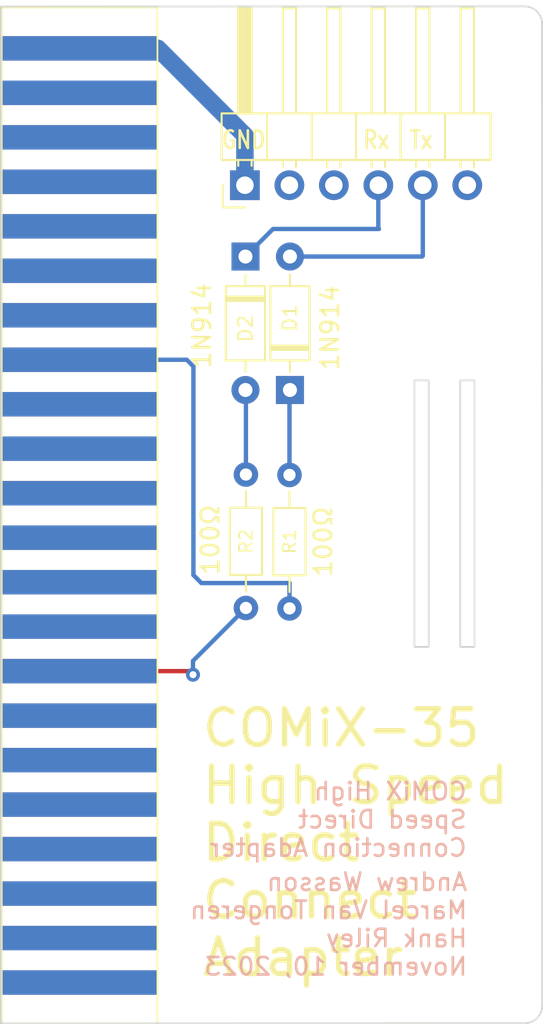
<source format=kicad_pcb>
(kicad_pcb (version 20221018) (generator pcbnew)
  (title_block (title "COMiX High Speed Direct Connect Slim") (date "2023-12-01") (company "Andrew Wasson, Marcel van Tongeren, Hank Riley "))
  (layers (0 "F.Cu" signal) (31 "B.Cu" signal) (34 "B.Paste" user) (35 "F.Paste" user) (36 "B.SilkS" user "B.Silkscreen") (37 "F.SilkS" user "F.Silkscreen") (38 "B.Mask" user) (39 "F.Mask" user) (44 "Edge.Cuts" user))
  (net 0 "")
  (net 1 "Net-(D1-K)")
  (net 2 "/~{EF4}")
  (net 3 "GND")
  (net 6 "/Q")
  (net 48 "Net-(D1-A)")
  (net 49 "Net-(D2-K)")
  (net 50 "Net-(D2-A)")
  (footprint "Diode_THT:D_DO-35_SOD27_P7.62mm_Horizontal" (layer "F.Cu") (at 218.8718 110.6932 90)
    (fp_text reference "D1" hide)
    (fp_text value "1N914" (at 3.556 2.286 90) (layer "F.SilkS"))
    (fp_text user "${REFERENCE}" (at 4.11 0 90) (layer "F.SilkS") (effects (font (size 0.8 0.8) (thickness 0.12))))
    (fp_line (start 1.04 0) (end 1.69 0) (stroke (width 0.12)) (layer "F.SilkS"))
    (fp_line (start 1.69 -1.12) (end 1.69 1.12) (stroke (width 0.12)) (layer "F.SilkS"))
    (fp_line (start 1.69 1.12) (end 5.93 1.12) (stroke (width 0.12)) (layer "F.SilkS"))
    (fp_line (start 2.29 -1.12) (end 2.29 1.12) (stroke (width 0.12)) (layer "F.SilkS"))
    (fp_line (start 2.41 -1.12) (end 2.41 1.12) (stroke (width 0.12)) (layer "F.SilkS"))
    (fp_line (start 2.53 -1.12) (end 2.53 1.12) (stroke (width 0.12)) (layer "F.SilkS"))
    (fp_line (start 5.93 -1.12) (end 1.69 -1.12) (stroke (width 0.12)) (layer "F.SilkS"))
    (fp_line (start 5.93 1.12) (end 5.93 -1.12) (stroke (width 0.12)) (layer "F.SilkS"))
    (fp_line (start 6.58 0) (end 5.93 0) (stroke (width 0.12)) (layer "F.SilkS"))
    (pad "1" thru_hole rect (at 0 0 90) (size 1.6 1.6) (drill 0.8) (layers "*.Cu" "*.Mask") (net 1 "Net-(D1-K)"))
    (pad "2" thru_hole oval (at 7.62 0 90) (size 1.6 1.6) (drill 0.8) (layers "*.Cu" "*.Mask") (net 48 "Net-(D1-A)"))
  )
  (footprint "Connector_PinHeader_2.54mm:PinHeader_1x06_P2.54mm_Horizontal" (layer "F.Cu") (at 216.3 99 90)
    (fp_text reference "J2" hide)
    (fp_text value "FTDI Connector\r" hide)
    (fp_line (start -1.27 -1.27) (end 0 -1.27) (stroke (width 0.12)) (layer "F.SilkS"))
    (fp_line (start -1.27 0) (end -1.27 -1.27) (stroke (width 0.12)) (layer "F.SilkS"))
    (fp_line (start 1.042929 2.16) (end 1.44 2.16) (stroke (width 0.12)) (layer "F.SilkS"))
    (fp_line (start 1.042929 2.92) (end 1.44 2.92) (stroke (width 0.12)) (layer "F.SilkS"))
    (fp_line (start 1.042929 4.7) (end 1.44 4.7) (stroke (width 0.12)) (layer "F.SilkS"))
    (fp_line (start 1.042929 5.46) (end 1.44 5.46) (stroke (width 0.12)) (layer "F.SilkS"))
    (fp_line (start 1.042929 7.24) (end 1.44 7.24) (stroke (width 0.12)) (layer "F.SilkS"))
    (fp_line (start 1.042929 8) (end 1.44 8) (stroke (width 0.12)) (layer "F.SilkS"))
    (fp_line (start 1.042929 9.78) (end 1.44 9.78) (stroke (width 0.12)) (layer "F.SilkS"))
    (fp_line (start 1.042929 10.54) (end 1.44 10.54) (stroke (width 0.12)) (layer "F.SilkS"))
    (fp_line (start 1.042929 12.32) (end 1.44 12.32) (stroke (width 0.12)) (layer "F.SilkS"))
    (fp_line (start 1.042929 13.08) (end 1.44 13.08) (stroke (width 0.12)) (layer "F.SilkS"))
    (fp_line (start 1.11 -0.38) (end 1.44 -0.38) (stroke (width 0.12)) (layer "F.SilkS"))
    (fp_line (start 1.11 0.38) (end 1.44 0.38) (stroke (width 0.12)) (layer "F.SilkS"))
    (fp_line (start 1.44 -1.33) (end 1.44 14.03) (stroke (width 0.12)) (layer "F.SilkS"))
    (fp_line (start 1.44 1.27) (end 4.1 1.27) (stroke (width 0.12)) (layer "F.SilkS"))
    (fp_line (start 1.44 3.81) (end 4.1 3.81) (stroke (width 0.12)) (layer "F.SilkS"))
    (fp_line (start 1.44 6.35) (end 4.1 6.35) (stroke (width 0.12)) (layer "F.SilkS"))
    (fp_line (start 1.44 8.89) (end 4.1 8.89) (stroke (width 0.12)) (layer "F.SilkS"))
    (fp_line (start 1.44 11.43) (end 4.1 11.43) (stroke (width 0.12)) (layer "F.SilkS"))
    (fp_line (start 1.44 14.03) (end 4.1 14.03) (stroke (width 0.12)) (layer "F.SilkS"))
    (fp_line (start 4.1 -1.33) (end 1.44 -1.33) (stroke (width 0.12)) (layer "F.SilkS"))
    (fp_line (start 4.1 -0.38) (end 10.1 -0.38) (stroke (width 0.12)) (layer "F.SilkS"))
    (fp_line (start 4.1 -0.32) (end 10.1 -0.32) (stroke (width 0.12)) (layer "F.SilkS"))
    (fp_line (start 4.1 -0.2) (end 10.1 -0.2) (stroke (width 0.12)) (layer "F.SilkS"))
    (fp_line (start 4.1 -0.08) (end 10.1 -0.08) (stroke (width 0.12)) (layer "F.SilkS"))
    (fp_line (start 4.1 0.04) (end 10.1 0.04) (stroke (width 0.12)) (layer "F.SilkS"))
    (fp_line (start 4.1 0.16) (end 10.1 0.16) (stroke (width 0.12)) (layer "F.SilkS"))
    (fp_line (start 4.1 0.28) (end 10.1 0.28) (stroke (width 0.12)) (layer "F.SilkS"))
    (fp_line (start 4.1 2.16) (end 10.1 2.16) (stroke (width 0.12)) (layer "F.SilkS"))
    (fp_line (start 4.1 4.7) (end 10.1 4.7) (stroke (width 0.12)) (layer "F.SilkS"))
    (fp_line (start 4.1 7.24) (end 10.1 7.24) (stroke (width 0.12)) (layer "F.SilkS"))
    (fp_line (start 4.1 9.78) (end 10.1 9.78) (stroke (width 0.12)) (layer "F.SilkS"))
    (fp_line (start 4.1 12.32) (end 10.1 12.32) (stroke (width 0.12)) (layer "F.SilkS"))
    (fp_line (start 4.1 14.03) (end 4.1 -1.33) (stroke (width 0.12)) (layer "F.SilkS"))
    (fp_line (start 10.1 -0.38) (end 10.1 0.38) (stroke (width 0.12)) (layer "F.SilkS"))
    (fp_line (start 10.1 0.38) (end 4.1 0.38) (stroke (width 0.12)) (layer "F.SilkS"))
    (fp_line (start 10.1 2.16) (end 10.1 2.92) (stroke (width 0.12)) (layer "F.SilkS"))
    (fp_line (start 10.1 2.92) (end 4.1 2.92) (stroke (width 0.12)) (layer "F.SilkS"))
    (fp_line (start 10.1 4.7) (end 10.1 5.46) (stroke (width 0.12)) (layer "F.SilkS"))
    (fp_line (start 10.1 5.46) (end 4.1 5.46) (stroke (width 0.12)) (layer "F.SilkS"))
    (fp_line (start 10.1 7.24) (end 10.1 8) (stroke (width 0.12)) (layer "F.SilkS"))
    (fp_line (start 10.1 8) (end 4.1 8) (stroke (width 0.12)) (layer "F.SilkS"))
    (fp_line (start 10.1 9.78) (end 10.1 10.54) (stroke (width 0.12)) (layer "F.SilkS"))
    (fp_line (start 10.1 10.54) (end 4.1 10.54) (stroke (width 0.12)) (layer "F.SilkS"))
    (fp_line (start 10.1 12.32) (end 10.1 13.08) (stroke (width 0.12)) (layer "F.SilkS"))
    (fp_line (start 10.1 13.08) (end 4.1 13.08) (stroke (width 0.12)) (layer "F.SilkS"))
    (pad "1" thru_hole rect (at 0 0 90) (size 1.7 1.7) (drill 1) (layers "*.Cu" "*.Mask") (net 3 "GND"))
    (pad "2" thru_hole oval (at 0 2.54 90) (size 1.7 1.7) (drill 1) (layers "*.Cu" "*.Mask"))
    (pad "3" thru_hole oval (at 0 5.08 90) (size 1.7 1.7) (drill 1) (layers "*.Cu" "*.Mask"))
    (pad "4" thru_hole oval (at 0 7.62 90) (size 1.7 1.7) (drill 1) (layers "*.Cu" "*.Mask") (net 49 "Net-(D2-K)"))
    (pad "5" thru_hole oval (at 0 10.16 90) (size 1.7 1.7) (drill 1) (layers "*.Cu" "*.Mask") (net 48 "Net-(D1-A)"))
    (pad "6" thru_hole oval (at 0 12.7 90) (size 1.7 1.7) (drill 1) (layers "*.Cu" "*.Mask"))
  )
  (footprint "Resistor_THT:R_Axial_DIN0204_L3.6mm_D1.6mm_P7.62mm_Horizontal" (layer "F.Cu") (at 216.3572 123.1392 90)
    (fp_text reference "R2" hide)
    (fp_text value "100Ω" (at 3.8862 -2.032 90) (layer "F.SilkS"))
    (fp_text user "${REFERENCE}" (at 3.81 0 90) (layer "F.SilkS") (effects (font (size 0.72 0.72) (thickness 0.108))))
    (fp_line (start 0.94 0) (end 1.89 0) (stroke (width 0.12)) (layer "F.SilkS"))
    (fp_line (start 1.89 -0.92) (end 1.89 0.92) (stroke (width 0.12)) (layer "F.SilkS"))
    (fp_line (start 1.89 0.92) (end 5.73 0.92) (stroke (width 0.12)) (layer "F.SilkS"))
    (fp_line (start 5.73 -0.92) (end 1.89 -0.92) (stroke (width 0.12)) (layer "F.SilkS"))
    (fp_line (start 5.73 0.92) (end 5.73 -0.92) (stroke (width 0.12)) (layer "F.SilkS"))
    (fp_line (start 6.68 0) (end 5.73 0) (stroke (width 0.12)) (layer "F.SilkS"))
    (pad "1" thru_hole circle (at 0 0 90) (size 1.4 1.4) (drill 0.7) (layers "*.Cu" "*.Mask") (net 2 "/~{EF4}"))
    (pad "2" thru_hole oval (at 7.62 0 90) (size 1.4 1.4) (drill 0.7) (layers "*.Cu" "*.Mask") (net 50 "Net-(D2-A)"))
  )
  (footprint "Resistor_THT:R_Axial_DIN0204_L3.6mm_D1.6mm_P7.62mm_Horizontal" (layer "F.Cu") (at 218.8464 123.1646 90)
    (fp_text reference "R1" hide)
    (fp_text value "100Ω" (at 3.81 1.92 90) (layer "F.SilkS"))
    (fp_text user "${REFERENCE}" (at 3.81 0 90) (layer "F.SilkS") (effects (font (size 0.72 0.72) (thickness 0.108))))
    (fp_line (start 0.94 0) (end 1.89 0) (stroke (width 0.12)) (layer "F.SilkS"))
    (fp_line (start 1.89 -0.92) (end 1.89 0.92) (stroke (width 0.12)) (layer "F.SilkS"))
    (fp_line (start 1.89 0.92) (end 5.73 0.92) (stroke (width 0.12)) (layer "F.SilkS"))
    (fp_line (start 5.73 -0.92) (end 1.89 -0.92) (stroke (width 0.12)) (layer "F.SilkS"))
    (fp_line (start 5.73 0.92) (end 5.73 -0.92) (stroke (width 0.12)) (layer "F.SilkS"))
    (fp_line (start 6.68 0) (end 5.73 0) (stroke (width 0.12)) (layer "F.SilkS"))
    (pad "1" thru_hole circle (at 0 0 90) (size 1.4 1.4) (drill 0.7) (layers "*.Cu" "*.Mask") (net 6 "/Q"))
    (pad "2" thru_hole oval (at 7.62 0 90) (size 1.4 1.4) (drill 0.7) (layers "*.Cu" "*.Mask") (net 1 "Net-(D1-K)"))
  )
  (footprint "Diode_THT:D_DO-35_SOD27_P7.62mm_Horizontal" (layer "F.Cu") (at 216.3318 103.0732 -90)
    (fp_text reference "D2" hide)
    (fp_text value "1N914" (at 3.937 2.4892 90) (layer "F.SilkS"))
    (fp_text user "${REFERENCE}" (at 4.11 0 90) (layer "F.SilkS") (effects (font (size 0.8 0.8) (thickness 0.12))))
    (fp_line (start 1.04 0) (end 1.69 0) (stroke (width 0.12)) (layer "F.SilkS"))
    (fp_line (start 1.69 -1.12) (end 1.69 1.12) (stroke (width 0.12)) (layer "F.SilkS"))
    (fp_line (start 1.69 1.12) (end 5.93 1.12) (stroke (width 0.12)) (layer "F.SilkS"))
    (fp_line (start 2.29 -1.12) (end 2.29 1.12) (stroke (width 0.12)) (layer "F.SilkS"))
    (fp_line (start 2.41 -1.12) (end 2.41 1.12) (stroke (width 0.12)) (layer "F.SilkS"))
    (fp_line (start 2.53 -1.12) (end 2.53 1.12) (stroke (width 0.12)) (layer "F.SilkS"))
    (fp_line (start 5.93 -1.12) (end 1.69 -1.12) (stroke (width 0.12)) (layer "F.SilkS"))
    (fp_line (start 5.93 1.12) (end 5.93 -1.12) (stroke (width 0.12)) (layer "F.SilkS"))
    (fp_line (start 6.58 0) (end 5.93 0) (stroke (width 0.12)) (layer "F.SilkS"))
    (pad "1" thru_hole rect (at 0 0 270) (size 1.6 1.6) (drill 0.8) (layers "*.Cu" "*.Mask") (net 49 "Net-(D2-K)"))
    (pad "2" thru_hole oval (at 7.62 0 270) (size 1.6 1.6) (drill 0.8) (layers "*.Cu" "*.Mask") (net 50 "Net-(D2-A)"))
  )
  (footprint "MyLibrary:Edge_Card_Connector_22x2" (layer "F.Cu") (at 206.883 144.526 90)
    (fp_text reference "J1" hide)
    (fp_text value "EXPANSION" hide)
    (fp_rect (start -2.3368 -4.4704) (end 55.6768 4.4196) (stroke (width 0.1)) (fill none) (layer "F.SilkS"))
    (pad "1" connect rect (at 53.34 0 90) (size 1.397 8.89) (layers "B.Cu" "B.Mask") (net 3 "GND"))
    (pad "2" connect rect (at 53.34 0 90) (size 1.397 8.89) (layers "F.Cu" "F.Mask") (net 3 "GND"))
    (pad "3" connect rect (at 50.8 0 90) (size 1.397 8.89) (layers "B.Cu" "B.Mask"))
    (pad "4" connect rect (at 50.8 0 90) (size 1.397 8.89) (layers "F.Cu" "F.Mask"))
    (pad "5" connect rect (at 48.26 0 90) (size 1.397 8.89) (layers "B.Cu" "B.Mask"))
    (pad "6" connect rect (at 48.26 0 90) (size 1.397 8.89) (layers "F.Cu" "F.Mask"))
    (pad "7" connect rect (at 45.72 0 90) (size 1.397 8.89) (layers "B.Cu" "B.Mask"))
    (pad "8" connect rect (at 45.72 0 90) (size 1.397 8.89) (layers "F.Cu" "F.Mask"))
    (pad "9" connect rect (at 43.18 0 90) (size 1.397 8.89) (layers "B.Cu" "B.Mask"))
    (pad "10" connect rect (at 43.18 0 90) (size 1.397 8.89) (layers "F.Cu" "F.Mask"))
    (pad "11" connect rect (at 40.64 0 90) (size 1.397 8.89) (layers "B.Cu" "B.Mask"))
    (pad "12" connect rect (at 40.64 0 90) (size 1.397 8.89) (layers "F.Cu" "F.Mask"))
    (pad "13" connect rect (at 38.1 0 90) (size 1.397 8.89) (layers "B.Cu" "B.Mask"))
    (pad "14" connect rect (at 38.1 0 90) (size 1.397 8.89) (layers "F.Cu" "F.Mask"))
    (pad "15" connect rect (at 35.56 0 90) (size 1.397 8.89) (layers "B.Cu" "B.Mask") (net 6 "/Q"))
    (pad "16" connect rect (at 35.56 0 90) (size 1.397 8.89) (layers "F.Cu" "F.Mask"))
    (pad "17" connect rect (at 33.02 0 90) (size 1.397 8.89) (layers "B.Cu" "B.Mask"))
    (pad "18" connect rect (at 33.02 0 90) (size 1.397 8.89) (layers "F.Cu" "F.Mask"))
    (pad "19" connect rect (at 30.48 0 90) (size 1.397 8.89) (layers "B.Cu" "B.Mask"))
    (pad "20" connect rect (at 30.48 0 90) (size 1.397 8.89) (layers "F.Cu" "F.Mask"))
    (pad "21" connect rect (at 27.94 0 90) (size 1.397 8.89) (layers "B.Cu" "B.Mask"))
    (pad "22" connect rect (at 27.94 0 90) (size 1.397 8.89) (layers "F.Cu" "F.Mask"))
    (pad "23" connect rect (at 25.4 0 90) (size 1.397 8.89) (layers "B.Cu" "B.Mask"))
    (pad "24" connect rect (at 25.4 0 90) (size 1.397 8.89) (layers "F.Cu" "F.Mask"))
    (pad "25" connect rect (at 22.86 0 90) (size 1.397 8.89) (layers "B.Cu" "B.Mask"))
    (pad "26" connect rect (at 22.86 0 90) (size 1.397 8.89) (layers "F.Cu" "F.Mask"))
    (pad "27" connect rect (at 20.32 0 90) (size 1.397 8.89) (layers "B.Cu" "B.Mask"))
    (pad "28" connect rect (at 20.32 0 90) (size 1.397 8.89) (layers "F.Cu" "F.Mask"))
    (pad "29" connect rect (at 17.78 0 90) (size 1.397 8.89) (layers "B.Cu" "B.Mask"))
    (pad "30" connect rect (at 17.78 0 90) (size 1.397 8.89) (layers "F.Cu" "F.Mask") (net 2 "/~{EF4}"))
    (pad "31" connect rect (at 15.24 0 90) (size 1.397 8.89) (layers "B.Cu" "B.Mask"))
    (pad "32" connect rect (at 15.24 0 90) (size 1.397 8.89) (layers "F.Cu" "F.Mask"))
    (pad "33" connect rect (at 12.7 0 90) (size 1.397 8.89) (layers "B.Cu" "B.Mask"))
    (pad "34" connect rect (at 12.7 0 90) (size 1.397 8.89) (layers "F.Cu" "F.Mask"))
    (pad "35" connect rect (at 10.16 0 90) (size 1.397 8.89) (layers "B.Cu" "B.Mask"))
    (pad "36" connect rect (at 10.16 0 90) (size 1.397 8.89) (layers "F.Cu" "F.Mask"))
    (pad "37" connect rect (at 7.62 0 90) (size 1.397 8.89) (layers "B.Cu" "B.Mask"))
    (pad "38" connect rect (at 7.62 0 90) (size 1.397 8.89) (layers "F.Cu" "F.Mask"))
    (pad "39" connect rect (at 5.08 0 90) (size 1.397 8.89) (layers "B.Cu" "B.Mask"))
    (pad "40" connect rect (at 5.08 0 90) (size 1.397 8.89) (layers "F.Cu" "F.Mask"))
    (pad "41" connect rect (at 2.54 0 90) (size 1.397 8.89) (layers "B.Cu" "B.Mask"))
    (pad "42" connect rect (at 2.54 0 90) (size 1.397 8.89) (layers "F.Cu" "F.Mask"))
    (pad "43" connect rect (at 0 0 90) (size 1.397 8.89) (layers "B.Cu" "B.Mask"))
    (pad "44" connect rect (at 0 0 90) (size 1.397 8.89) (layers "F.Cu" "F.Mask"))
  )
  (gr_line (start 233.276493 145.8518) (end 233.2736 89.789) (stroke (width 0.1)) (layer "Edge.Cuts"))
  (gr_line (start 202.3618 146.8628) (end 232.276493 146.8518) (stroke (width 0.1)) (layer "Edge.Cuts"))
  (gr_arc (start 233.276493 145.8518) (mid 232.983599 146.558904) (end 232.276493 146.8518) (stroke (width 0.1)) (layer "Edge.Cuts"))
  (gr_line (start 228.6 125.3617) (end 229.4128 125.3617) (stroke (width 0.1)) (layer "Edge.Cuts"))
  (gr_line (start 229.4128 125.3617) (end 229.4128 110.1471) (stroke (width 0.1)) (layer "Edge.Cuts"))
  (gr_line (start 225.9838 125.3617) (end 226.7966 125.3617) (stroke (width 0.1)) (layer "Edge.Cuts"))
  (gr_arc (start 232.2736 88.789) (mid 232.980707 89.081893) (end 233.2736 89.789) (stroke (width 0.1)) (layer "Edge.Cuts"))
  (gr_line (start 225.9838 110.1471) (end 225.9838 125.3617) (stroke (width 0.1)) (layer "Edge.Cuts"))
  (gr_line (start 228.6 110.1471) (end 228.6 125.3617) (stroke (width 0.1)) (layer "Edge.Cuts"))
  (gr_line (start 202.3618 88.7984) (end 232.2736 88.789) (stroke (width 0.1)) (layer "Edge.Cuts"))
  (gr_line (start 228.6 110.1471) (end 229.4128 110.1471) (stroke (width 0.1)) (layer "Edge.Cuts"))
  (gr_line (start 202.3618 88.7984) (end 202.3618 146.8628) (stroke (width 0.1)) (layer "Edge.Cuts"))
  (gr_line (start 225.9838 110.1471) (end 226.7966 110.1471) (stroke (width 0.1)) (layer "Edge.Cuts"))
  (gr_line (start 226.7966 125.3617) (end 226.7966 110.1471) (stroke (width 0.1)) (layer "Edge.Cuts"))
  (gr_text "COMiX High \nSpeed Direct \nConnection Adapter" (at 229.0572 137.414) (layer "B.SilkS") (effects (font (size 1 1)) (justify left bottom mirror)))
  (gr_text "Andrew Wasson\nMarcel Van Tongeren\nHank Riley\nNovember 10, 2023" (at 229.0826 144.1958) (layer "B.SilkS") (effects (font (size 1 1)) (justify left bottom mirror)))
  (gr_text "Rx" (at 222.963 97) (layer "F.SilkS") (effects (font (size 1 0.8128)) (justify left bottom)))
  (gr_text "GND" (at 214.8985 97) (layer "F.SilkS") (effects (font (size 1 0.8128)) (justify left bottom)))
  (gr_text "Tx" (at 225.63 97) (layer "F.SilkS") (effects (font (size 1 0.8128)) (justify left bottom)))
  (gr_text "COMiX-35 \nHigh Speed \nDirect \nConnect \nAdapter" (at 213.7156 144.272) (layer "F.SilkS") (effects (font (size 2.032 2.032) (thickness 0.3048)) (justify left bottom)))
  (segment (start 218.8464 110.7186) (end 218.8718 110.6932) (width 0.25) (layer "B.Cu") (net 1))
  (segment (start 218.8464 115.5446) (end 218.8464 110.7186) (width 0.25) (layer "B.Cu") (net 1))
  (segment (start 213.3346 126.9492) (end 213.1314 126.746) (width 0.25) (layer "F.Cu") (net 2))
  (segment (start 213.1314 126.746) (end 206.883 126.746) (width 0.25) (layer "F.Cu") (net 2))
  (via (at 213.3346 126.9492) (size 0.8) (drill 0.4) (layers "F.Cu" "B.Cu") (net 2))
  (segment (start 216.3572 123.1392) (end 213.3346 126.1618) (width 0.25) (layer "B.Cu") (net 2))
  (segment (start 213.3346 126.1618) (end 213.3346 126.9492) (width 0.25) (layer "B.Cu") (net 2))
  (segment (start 211.328 91.186) (end 206.883 91.186) (width 1) (layer "B.Cu") (net 3))
  (segment (start 216.3 99) (end 216.3 96.158) (width 1) (layer "B.Cu") (net 3))
  (segment (start 216.3 96.158) (end 211.328 91.186) (width 1) (layer "B.Cu") (net 3))
  (segment (start 213.36 121.2596) (end 213.36 109.34688) (width 0.25) (layer "B.Cu") (net 6))
  (segment (start 213.8172 121.7168) (end 213.36 121.2596) (width 0.25) (layer "B.Cu") (net 6))
  (segment (start 218.8464 123.1646) (end 218.8464 121.7168) (width 0.25) (layer "B.Cu") (net 6))
  (segment (start 212.97912 108.966) (end 206.883 108.966) (width 0.25) (layer "B.Cu") (net 6))
  (segment (start 213.36 109.34688) (end 212.97912 108.966) (width 0.25) (layer "B.Cu") (net 6))
  (segment (start 218.8464 121.7168) (end 213.8172 121.7168) (width 0.25) (layer "B.Cu") (net 6))
  (segment (start 218.8718 103.0732) (end 226.4156 103.0732) (width 0.25) (layer "B.Cu") (net 48))
  (segment (start 226.46 103.0288) (end 226.46 99) (width 0.25) (layer "B.Cu") (net 48))
  (segment (start 226.4156 103.0732) (end 226.46 103.0288) (width 0.25) (layer "B.Cu") (net 48))
  (segment (start 223.92 101.4666) (end 223.92 99) (width 0.25) (layer "B.Cu") (net 49))
  (segment (start 217.9066 101.4984) (end 223.9518 101.4984) (width 0.25) (layer "B.Cu") (net 49))
  (segment (start 223.9518 101.4984) (end 223.92 101.4666) (width 0.25) (layer "B.Cu") (net 49))
  (segment (start 216.3318 103.0732) (end 217.9066 101.4984) (width 0.25) (layer "B.Cu") (net 49))
  (segment (start 216.3572 110.7186) (end 216.3318 110.6932) (width 0.25) (layer "B.Cu") (net 50))
  (segment (start 216.3572 115.5192) (end 216.3572 110.7186) (width 0.25) (layer "B.Cu") (net 50))
)
</source>
